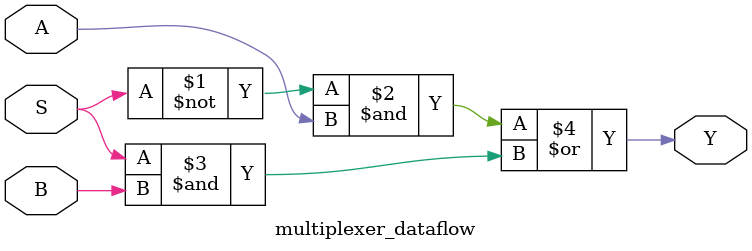
<source format=v>
module multiplexer_dataflow(Y,A,B,S);
input A,B,S;
output Y;
assign Y = (~S & A)|(S & B);

endmodule
</source>
